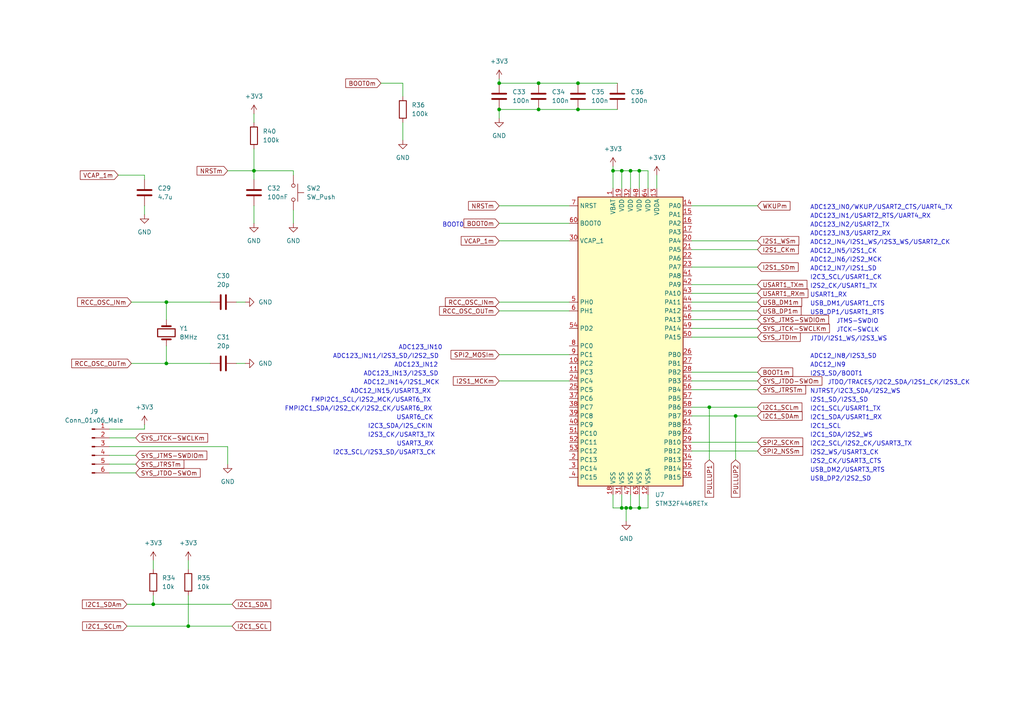
<source format=kicad_sch>
(kicad_sch (version 20211123) (generator eeschema)
  (paper "A4")
  (lib_symbols
    (symbol "Connector:Conn_01x06_Male" (pin_names (offset 1.016) hide)
      (property "Reference" "J" (at 0 7.62 0))
      (property "Value" "Conn_01x06_Male" (at 0 -10.16 0))
      (symbol "Conn_01x06_Male_1_1"
        (polyline (pts (xy 1.27 -7.62) (xy 0.8636 -7.62)) (stroke (width 0.1524)))
        (polyline (pts (xy 1.27 -5.08) (xy 0.8636 -5.08)) (stroke (width 0.1524)))
        (polyline (pts (xy 1.27 -2.54) (xy 0.8636 -2.54)) (stroke (width 0.1524)))
        (polyline (pts (xy 1.27 0) (xy 0.8636 0)) (stroke (width 0.1524)))
        (polyline (pts (xy 1.27 2.54) (xy 0.8636 2.54)) (stroke (width 0.1524)))
        (polyline (pts (xy 1.27 5.08) (xy 0.8636 5.08)) (stroke (width 0.1524)))
        (rectangle (start 0.8636 -7.493) (end 0 -7.747) (stroke (width 0.1524)) (fill (type outline)))
        (rectangle (start 0.8636 -4.953) (end 0 -5.207) (stroke (width 0.1524)) (fill (type outline)))
        (rectangle (start 0.8636 -2.413) (end 0 -2.667) (stroke (width 0.1524)) (fill (type outline)))
        (rectangle (start 0.8636 0.127) (end 0 -0.127) (stroke (width 0.1524)) (fill (type outline)))
        (rectangle (start 0.8636 2.667) (end 0 2.413) (stroke (width 0.1524)) (fill (type outline)))
        (rectangle (start 0.8636 5.207) (end 0 4.953) (stroke (width 0.1524)) (fill (type outline)))
        (pin passive line (at 5.08 5.08 180) (length 3.81) (name "Pin_1") (number "1"))
        (pin passive line (at 5.08 2.54 180) (length 3.81) (name "Pin_2") (number "2"))
        (pin passive line (at 5.08 0 180) (length 3.81) (name "Pin_3") (number "3"))
        (pin passive line (at 5.08 -2.54 180) (length 3.81) (name "Pin_4") (number "4"))
        (pin passive line (at 5.08 -5.08 180) (length 3.81) (name "Pin_5") (number "5"))
        (pin passive line (at 5.08 -7.62 180) (length 3.81) (name "Pin_6") (number "6"))
      )
    )
    (symbol "Device:C" (pin_numbers hide) (pin_names (offset 0.254))
      (property "Reference" "C" (at 0.635 2.54 0))
      (property "Value" "C" (at 0.635 -2.54 0))
      (symbol "C_0_1"
        (polyline (pts (xy -2.032 -0.762) (xy 2.032 -0.762)) (stroke (width 0.508)))
        (polyline (pts (xy -2.032 0.762) (xy 2.032 0.762)) (stroke (width 0.508)))
      )
      (symbol "C_1_1"
        (pin passive line (at 0 3.81 270) (length 2.794) (name "~") (number "1"))
        (pin passive line (at 0 -3.81 90) (length 2.794) (name "~") (number "2"))
      )
    )
    (symbol "Device:Crystal" (pin_numbers hide) (pin_names (offset 1.016) hide)
      (property "Reference" "Y" (at 0 3.81 0))
      (property "Value" "Crystal" (at 0 -3.81 0))
      (symbol "Crystal_0_1"
        (rectangle (start -1.143 2.54) (end 1.143 -2.54) (stroke (width 0.3048)))
        (polyline (pts (xy -2.54 0) (xy -1.905 0)))
        (polyline (pts (xy -1.905 -1.27) (xy -1.905 1.27)) (stroke (width 0.508)))
        (polyline (pts (xy 1.905 -1.27) (xy 1.905 1.27)) (stroke (width 0.508)))
        (polyline (pts (xy 2.54 0) (xy 1.905 0)))
      )
      (symbol "Crystal_1_1"
        (pin passive line (at -3.81 0 0) (length 1.27) (name "1") (number "1"))
        (pin passive line (at 3.81 0 180) (length 1.27) (name "2") (number "2"))
      )
    )
    (symbol "Device:R" (pin_numbers hide) (pin_names (offset 0))
      (property "Reference" "R" (at 2.032 0 90))
      (property "Value" "R" (at 0 0 90))
      (symbol "R_0_1"
        (rectangle (start -1.016 -2.54) (end 1.016 2.54) (stroke (width 0.254)))
      )
      (symbol "R_1_1"
        (pin passive line (at 0 3.81 270) (length 1.27) (name "~") (number "1"))
        (pin passive line (at 0 -3.81 90) (length 1.27) (name "~") (number "2"))
      )
    )
    (symbol "MCU_ST_STM32F4:STM32F446RETx"
      (property "Reference" "U" (at -15.24 41.91 0))
      (property "Value" "STM32F446RETx" (at 10.16 41.91 0))
      (symbol "STM32F446RETx_0_1"
        (rectangle (start -15.24 -43.18) (end 15.24 40.64) (stroke (width 0.254)) (fill (type background)))
      )
      (symbol "STM32F446RETx_1_1"
        (pin power_in line (at -5.08 43.18 270) (length 2.54) (name "VBAT") (number "1"))
        (pin bidirectional line (at -17.78 -7.62 0) (length 2.54) (name "PC2") (number "10"))
        (pin bidirectional line (at -17.78 -10.16 0) (length 2.54) (name "PC3") (number "11"))
        (pin power_in line (at 5.08 -45.72 90) (length 2.54) (name "VSSA") (number "12"))
        (pin power_in line (at 7.62 43.18 270) (length 2.54) (name "VDDA") (number "13"))
        (pin bidirectional line (at 17.78 38.1 180) (length 2.54) (name "PA0") (number "14"))
        (pin bidirectional line (at 17.78 35.56 180) (length 2.54) (name "PA1") (number "15"))
        (pin bidirectional line (at 17.78 33.02 180) (length 2.54) (name "PA2") (number "16"))
        (pin bidirectional line (at 17.78 30.48 180) (length 2.54) (name "PA3") (number "17"))
        (pin power_in line (at -5.08 -45.72 90) (length 2.54) (name "VSS") (number "18"))
        (pin power_in line (at -2.54 43.18 270) (length 2.54) (name "VDD") (number "19"))
        (pin bidirectional line (at -17.78 -35.56 0) (length 2.54) (name "PC13") (number "2"))
        (pin bidirectional line (at 17.78 27.94 180) (length 2.54) (name "PA4") (number "20"))
        (pin bidirectional line (at 17.78 25.4 180) (length 2.54) (name "PA5") (number "21"))
        (pin bidirectional line (at 17.78 22.86 180) (length 2.54) (name "PA6") (number "22"))
        (pin bidirectional line (at 17.78 20.32 180) (length 2.54) (name "PA7") (number "23"))
        (pin bidirectional line (at -17.78 -12.7 0) (length 2.54) (name "PC4") (number "24"))
        (pin bidirectional line (at -17.78 -15.24 0) (length 2.54) (name "PC5") (number "25"))
        (pin bidirectional line (at 17.78 -5.08 180) (length 2.54) (name "PB0") (number "26"))
        (pin bidirectional line (at 17.78 -7.62 180) (length 2.54) (name "PB1") (number "27"))
        (pin bidirectional line (at 17.78 -10.16 180) (length 2.54) (name "PB2") (number "28"))
        (pin bidirectional line (at 17.78 -30.48 180) (length 2.54) (name "PB10") (number "29"))
        (pin bidirectional line (at -17.78 -38.1 0) (length 2.54) (name "PC14") (number "3"))
        (pin power_in line (at -17.78 27.94 0) (length 2.54) (name "VCAP_1") (number "30"))
        (pin power_in line (at -2.54 -45.72 90) (length 2.54) (name "VSS") (number "31"))
        (pin power_in line (at 0 43.18 270) (length 2.54) (name "VDD") (number "32"))
        (pin bidirectional line (at 17.78 -33.02 180) (length 2.54) (name "PB12") (number "33"))
        (pin bidirectional line (at 17.78 -35.56 180) (length 2.54) (name "PB13") (number "34"))
        (pin bidirectional line (at 17.78 -38.1 180) (length 2.54) (name "PB14") (number "35"))
        (pin bidirectional line (at 17.78 -40.64 180) (length 2.54) (name "PB15") (number "36"))
        (pin bidirectional line (at -17.78 -17.78 0) (length 2.54) (name "PC6") (number "37"))
        (pin bidirectional line (at -17.78 -20.32 0) (length 2.54) (name "PC7") (number "38"))
        (pin bidirectional line (at -17.78 -22.86 0) (length 2.54) (name "PC8") (number "39"))
        (pin bidirectional line (at -17.78 -40.64 0) (length 2.54) (name "PC15") (number "4"))
        (pin bidirectional line (at -17.78 -25.4 0) (length 2.54) (name "PC9") (number "40"))
        (pin bidirectional line (at 17.78 17.78 180) (length 2.54) (name "PA8") (number "41"))
        (pin bidirectional line (at 17.78 15.24 180) (length 2.54) (name "PA9") (number "42"))
        (pin bidirectional line (at 17.78 12.7 180) (length 2.54) (name "PA10") (number "43"))
        (pin bidirectional line (at 17.78 10.16 180) (length 2.54) (name "PA11") (number "44"))
        (pin bidirectional line (at 17.78 7.62 180) (length 2.54) (name "PA12") (number "45"))
        (pin bidirectional line (at 17.78 5.08 180) (length 2.54) (name "PA13") (number "46"))
        (pin power_in line (at 0 -45.72 90) (length 2.54) (name "VSS") (number "47"))
        (pin power_in line (at 2.54 43.18 270) (length 2.54) (name "VDD") (number "48"))
        (pin bidirectional line (at 17.78 2.54 180) (length 2.54) (name "PA14") (number "49"))
        (pin input line (at -17.78 10.16 0) (length 2.54) (name "PH0") (number "5"))
        (pin bidirectional line (at 17.78 0 180) (length 2.54) (name "PA15") (number "50"))
        (pin bidirectional line (at -17.78 -27.94 0) (length 2.54) (name "PC10") (number "51"))
        (pin bidirectional line (at -17.78 -30.48 0) (length 2.54) (name "PC11") (number "52"))
        (pin bidirectional line (at -17.78 -33.02 0) (length 2.54) (name "PC12") (number "53"))
        (pin bidirectional line (at -17.78 2.54 0) (length 2.54) (name "PD2") (number "54"))
        (pin bidirectional line (at 17.78 -12.7 180) (length 2.54) (name "PB3") (number "55"))
        (pin bidirectional line (at 17.78 -15.24 180) (length 2.54) (name "PB4") (number "56"))
        (pin bidirectional line (at 17.78 -17.78 180) (length 2.54) (name "PB5") (number "57"))
        (pin bidirectional line (at 17.78 -20.32 180) (length 2.54) (name "PB6") (number "58"))
        (pin bidirectional line (at 17.78 -22.86 180) (length 2.54) (name "PB7") (number "59"))
        (pin input line (at -17.78 7.62 0) (length 2.54) (name "PH1") (number "6"))
        (pin input line (at -17.78 33.02 0) (length 2.54) (name "BOOT0") (number "60"))
        (pin bidirectional line (at 17.78 -25.4 180) (length 2.54) (name "PB8") (number "61"))
        (pin bidirectional line (at 17.78 -27.94 180) (length 2.54) (name "PB9") (number "62"))
        (pin power_in line (at 2.54 -45.72 90) (length 2.54) (name "VSS") (number "63"))
        (pin power_in line (at 5.08 43.18 270) (length 2.54) (name "VDD") (number "64"))
        (pin input line (at -17.78 38.1 0) (length 2.54) (name "NRST") (number "7"))
        (pin bidirectional line (at -17.78 -2.54 0) (length 2.54) (name "PC0") (number "8"))
        (pin bidirectional line (at -17.78 -5.08 0) (length 2.54) (name "PC1") (number "9"))
      )
    )
    (symbol "Switch:SW_Push" (pin_numbers hide) (pin_names (offset 1.016) hide)
      (property "Reference" "SW" (at 1.27 2.54 0))
      (property "Value" "SW_Push" (at 0 -1.524 0))
      (symbol "SW_Push_0_1"
        (circle (center -2.032 0) (radius 0.508))
        (polyline (pts (xy 0 1.27) (xy 0 3.048)))
        (polyline (pts (xy 2.54 1.27) (xy -2.54 1.27)))
        (circle (center 2.032 0) (radius 0.508))
        (pin passive line (at -5.08 0 0) (length 2.54) (name "1") (number "1"))
        (pin passive line (at 5.08 0 180) (length 2.54) (name "2") (number "2"))
      )
    )
    (symbol "power:+3.3V" (power) (pin_names (offset 0))
      (property "Value" "+3.3V" (at 0 3.556 0))
      (symbol "+3.3V_0_1"
        (polyline (pts (xy -0.762 1.27) (xy 0 2.54)))
        (polyline (pts (xy 0 0) (xy 0 2.54)))
        (polyline (pts (xy 0 2.54) (xy 0.762 1.27)))
      )
      (symbol "+3.3V_1_1"
        (pin power_in line (at 0 0 90) (length 0) hide (name "+3V3") (number "1"))
      )
    )
    (symbol "power:GND" (power) (pin_names (offset 0))
      (property "Value" "GND" (at 0 -3.81 0))
      (symbol "GND_0_1"
        (polyline (pts (xy 0 0) (xy 0 -1.27) (xy 1.27 -1.27) (xy 0 -2.54) (xy -1.27 -1.27) (xy 0 -1.27)))
      )
      (symbol "GND_1_1"
        (pin power_in line (at 0 0 270) (length 0) hide (name "GND") (number "1"))
      )
    )
  )
  (junction (at 144.78 31.75))
  (junction (at 73.66 49.53))
  (junction (at 156.21 31.75))
  (junction (at 44.45 175.26))
  (junction (at 177.8 49.53))
  (junction (at 167.64 31.75))
  (junction (at 213.36 120.65))
  (junction (at 48.26 105.41))
  (junction (at 185.42 147.32))
  (junction (at 167.64 24.13))
  (junction (at 181.61 147.32))
  (junction (at 180.34 49.53))
  (junction (at 144.78 24.13))
  (junction (at 185.42 49.53))
  (junction (at 48.26 87.63))
  (junction (at 54.61 181.61))
  (junction (at 180.34 147.32))
  (junction (at 205.74 118.11))
  (junction (at 182.88 49.53))
  (junction (at 182.88 147.32))
  (junction (at 156.21 24.13))
  (wire (pts (xy 66.04 49.53) (xy 73.66 49.53)))
  (wire (pts (xy 144.78 110.49) (xy 165.1 110.49)))
  (wire (pts (xy 200.66 72.39) (xy 219.71 72.39)))
  (wire (pts (xy 85.09 49.53) (xy 73.66 49.53)))
  (wire (pts (xy 36.83 175.26) (xy 44.45 175.26)))
  (wire (pts (xy 182.88 143.51) (xy 182.88 147.32)))
  (wire (pts (xy 200.66 128.27) (xy 219.71 128.27)))
  (wire (pts (xy 185.42 49.53) (xy 182.88 49.53)))
  (wire (pts (xy 187.96 143.51) (xy 187.96 147.32)))
  (wire (pts (xy 181.61 147.32) (xy 180.34 147.32)))
  (wire (pts (xy 31.75 137.16) (xy 39.37 137.16)))
  (wire (pts (xy 213.36 120.65) (xy 219.71 120.65)))
  (wire (pts (xy 205.74 118.11) (xy 205.74 133.35)))
  (wire (pts (xy 177.8 147.32) (xy 177.8 143.51)))
  (wire (pts (xy 200.66 95.25) (xy 219.71 95.25)))
  (wire (pts (xy 167.64 24.13) (xy 179.07 24.13)))
  (wire (pts (xy 200.66 113.03) (xy 219.71 113.03)))
  (wire (pts (xy 177.8 49.53) (xy 177.8 54.61)))
  (wire (pts (xy 48.26 105.41) (xy 60.96 105.41)))
  (wire (pts (xy 200.66 87.63) (xy 219.71 87.63)))
  (wire (pts (xy 144.78 31.75) (xy 156.21 31.75)))
  (wire (pts (xy 200.66 77.47) (xy 219.71 77.47)))
  (wire (pts (xy 31.75 129.54) (xy 66.04 129.54)))
  (wire (pts (xy 38.1 87.63) (xy 48.26 87.63)))
  (wire (pts (xy 38.1 105.41) (xy 48.26 105.41)))
  (wire (pts (xy 85.09 60.96) (xy 85.09 64.77)))
  (wire (pts (xy 190.5 50.8) (xy 190.5 54.61)))
  (wire (pts (xy 48.26 100.33) (xy 48.26 105.41)))
  (wire (pts (xy 66.04 134.62) (xy 66.04 129.54)))
  (wire (pts (xy 200.66 85.09) (xy 219.71 85.09)))
  (wire (pts (xy 31.75 124.46) (xy 41.91 124.46)))
  (wire (pts (xy 180.34 147.32) (xy 177.8 147.32)))
  (wire (pts (xy 182.88 49.53) (xy 180.34 49.53)))
  (wire (pts (xy 144.78 87.63) (xy 165.1 87.63)))
  (wire (pts (xy 110.49 24.13) (xy 116.84 24.13)))
  (wire (pts (xy 44.45 172.72) (xy 44.45 175.26)))
  (wire (pts (xy 73.66 49.53) (xy 73.66 52.07)))
  (wire (pts (xy 144.78 90.17) (xy 165.1 90.17)))
  (wire (pts (xy 54.61 162.56) (xy 54.61 165.1)))
  (wire (pts (xy 187.96 49.53) (xy 185.42 49.53)))
  (wire (pts (xy 31.75 127) (xy 39.37 127)))
  (wire (pts (xy 181.61 147.32) (xy 181.61 151.13)))
  (wire (pts (xy 41.91 124.46) (xy 41.91 123.19)))
  (wire (pts (xy 116.84 35.56) (xy 116.84 40.64)))
  (wire (pts (xy 36.83 181.61) (xy 54.61 181.61)))
  (wire (pts (xy 144.78 102.87) (xy 165.1 102.87)))
  (wire (pts (xy 144.78 64.77) (xy 165.1 64.77)))
  (wire (pts (xy 41.91 59.69) (xy 41.91 62.23)))
  (wire (pts (xy 68.58 105.41) (xy 71.12 105.41)))
  (wire (pts (xy 200.66 69.85) (xy 219.71 69.85)))
  (wire (pts (xy 185.42 54.61) (xy 185.42 49.53)))
  (wire (pts (xy 116.84 24.13) (xy 116.84 27.94)))
  (wire (pts (xy 180.34 49.53) (xy 177.8 49.53)))
  (wire (pts (xy 85.09 50.8) (xy 85.09 49.53)))
  (wire (pts (xy 200.66 118.11) (xy 205.74 118.11)))
  (wire (pts (xy 200.66 107.95) (xy 219.71 107.95)))
  (wire (pts (xy 180.34 143.51) (xy 180.34 147.32)))
  (wire (pts (xy 182.88 54.61) (xy 182.88 49.53)))
  (wire (pts (xy 68.58 87.63) (xy 71.12 87.63)))
  (wire (pts (xy 200.66 110.49) (xy 219.71 110.49)))
  (wire (pts (xy 54.61 172.72) (xy 54.61 181.61)))
  (wire (pts (xy 180.34 54.61) (xy 180.34 49.53)))
  (wire (pts (xy 144.78 24.13) (xy 156.21 24.13)))
  (wire (pts (xy 200.66 120.65) (xy 213.36 120.65)))
  (wire (pts (xy 200.66 90.17) (xy 219.71 90.17)))
  (wire (pts (xy 73.66 33.02) (xy 73.66 35.56)))
  (wire (pts (xy 213.36 120.65) (xy 213.36 133.35)))
  (wire (pts (xy 185.42 147.32) (xy 182.88 147.32)))
  (wire (pts (xy 200.66 97.79) (xy 219.71 97.79)))
  (wire (pts (xy 187.96 54.61) (xy 187.96 49.53)))
  (wire (pts (xy 41.91 50.8) (xy 34.29 50.8)))
  (wire (pts (xy 200.66 82.55) (xy 219.71 82.55)))
  (wire (pts (xy 31.75 134.62) (xy 39.37 134.62)))
  (wire (pts (xy 48.26 87.63) (xy 60.96 87.63)))
  (wire (pts (xy 156.21 24.13) (xy 167.64 24.13)))
  (wire (pts (xy 177.8 48.26) (xy 177.8 49.53)))
  (wire (pts (xy 144.78 31.75) (xy 144.78 34.29)))
  (wire (pts (xy 44.45 162.56) (xy 44.45 165.1)))
  (wire (pts (xy 167.64 31.75) (xy 179.07 31.75)))
  (wire (pts (xy 31.75 132.08) (xy 39.37 132.08)))
  (wire (pts (xy 200.66 59.69) (xy 219.71 59.69)))
  (wire (pts (xy 200.66 92.71) (xy 219.71 92.71)))
  (wire (pts (xy 200.66 130.81) (xy 219.71 130.81)))
  (wire (pts (xy 41.91 52.07) (xy 41.91 50.8)))
  (wire (pts (xy 144.78 24.13) (xy 144.78 22.86)))
  (wire (pts (xy 73.66 59.69) (xy 73.66 64.77)))
  (wire (pts (xy 144.78 69.85) (xy 165.1 69.85)))
  (wire (pts (xy 205.74 118.11) (xy 219.71 118.11)))
  (wire (pts (xy 144.78 59.69) (xy 165.1 59.69)))
  (wire (pts (xy 48.26 87.63) (xy 48.26 92.71)))
  (wire (pts (xy 156.21 31.75) (xy 167.64 31.75)))
  (wire (pts (xy 185.42 143.51) (xy 185.42 147.32)))
  (wire (pts (xy 44.45 175.26) (xy 67.31 175.26)))
  (wire (pts (xy 54.61 181.61) (xy 67.31 181.61)))
  (wire (pts (xy 187.96 147.32) (xy 185.42 147.32)))
  (wire (pts (xy 182.88 147.32) (xy 181.61 147.32)))
  (wire (pts (xy 73.66 43.18) (xy 73.66 49.53)))
  (text "ADC123_IN3/USART2_RX" (at 234.95 68.58 0) (effects (font (size 1.27 1.27)) (justify left bottom)))
  (text "I2S2_CK/USART3_CTS" (at 234.95 134.62 0) (effects (font (size 1.27 1.27)) (justify left bottom)))
  (text "FMPI2C1_SDA/I2S2_CK/I2S2_CK/USART6_RX" (at 82.55 119.38 0) (effects (font (size 1.27 1.27)) (justify left bottom)))
  (text "ADC12_IN4/I2S1_WS/I2S3_WS/USART2_CK" (at 234.95 71.12 0) (effects (font (size 1.27 1.27)) (justify left bottom)))
  (text "USB_DP2/I2S2_SD" (at 234.95 139.7 0) (effects (font (size 1.27 1.27)) (justify left bottom)))
  (text "I2C1_SCL" (at 234.95 124.46 0) (effects (font (size 1.27 1.27)) (justify left bottom)))
  (text "I2C1_SDA/USART1_RX" (at 234.95 121.92 0) (effects (font (size 1.27 1.27)) (justify left bottom)))
  (text "ADC12_IN7/I2S1_SD" (at 234.95 78.74 0) (effects (font (size 1.27 1.27)) (justify left bottom)))
  (text "ADC123_IN12" (at 114.3 106.68 0) (effects (font (size 1.27 1.27)) (justify left bottom)))
  (text "USART1_RX" (at 234.95 86.36 0) (effects (font (size 1.27 1.27)) (justify left bottom)))
  (text "FMPI2C1_SCL/I2S2_MCK/USART6_TX" (at 90.17 116.84 0) (effects (font (size 1.27 1.27)) (justify left bottom)))
  (text "I2C3_SDA/I2S_CKIN" (at 106.68 124.46 0) (effects (font (size 1.27 1.27)) (justify left bottom)))
  (text "I2C1_SCL/USART1_TX" (at 234.95 119.38 0) (effects (font (size 1.27 1.27)) (justify left bottom)))
  (text "USART6_CK" (at 125.73 121.92 180) (effects (font (size 1.27 1.27)) (justify right bottom)))
  (text "ADC123_IN0/WKUP/USART2_CTS/UART4_TX" (at 234.95 60.96 0) (effects (font (size 1.27 1.27)) (justify left bottom)))
  (text "I2S2_WS/USART3_CK" (at 234.95 132.08 0) (effects (font (size 1.27 1.27)) (justify left bottom)))
  (text "JTCK-SWCLK" (at 242.57 96.52 0) (effects (font (size 1.27 1.27)) (justify left bottom)))
  (text "JTMS-SWDIO" (at 242.57 93.98 0) (effects (font (size 1.27 1.27)) (justify left bottom)))
  (text "I2C3_SCL/USART1_CK" (at 234.95 81.28 0) (effects (font (size 1.27 1.27)) (justify left bottom)))
  (text "ADC123_IN10" (at 115.57 101.6 0) (effects (font (size 1.27 1.27)) (justify left bottom)))
  (text "NJTRST/I2C3_SDA/I2S2_WS" (at 234.95 114.3 0) (effects (font (size 1.27 1.27)) (justify left bottom)))
  (text "ADC123_IN2/USART2_TX" (at 234.95 66.04 0) (effects (font (size 1.27 1.27)) (justify left bottom)))
  (text "USB_DM1/USART1_CTS" (at 234.95 88.9 0) (effects (font (size 1.27 1.27)) (justify left bottom)))
  (text "I2C1_SDA/I2S2_WS" (at 234.95 127 0) (effects (font (size 1.27 1.27)) (justify left bottom)))
  (text "BOOT0" (at 128.27 66.04 0) (effects (font (size 1.27 1.27)) (justify left bottom)))
  (text "USART3_RX" (at 125.73 129.54 180) (effects (font (size 1.27 1.27)) (justify right bottom)))
  (text "ADC12_IN5/I2S1_CK" (at 234.95 73.66 0) (effects (font (size 1.27 1.27)) (justify left bottom)))
  (text "ADC12_IN14/I2S1_MCK\n" (at 105.41 111.76 0) (effects (font (size 1.27 1.27)) (justify left bottom)))
  (text "ADC123_IN13/I2S3_SD" (at 105.41 109.22 0) (effects (font (size 1.27 1.27)) (justify left bottom)))
  (text "ADC12_IN15/USART3_RX" (at 101.6 114.3 0) (effects (font (size 1.27 1.27)) (justify left bottom)))
  (text "I2C3_SCL/I2S3_SD/USART3_CK" (at 96.52 132.08 0) (effects (font (size 1.27 1.27)) (justify left bottom)))
  (text "ADC12_IN8/I2S3_SD" (at 234.95 104.14 0) (effects (font (size 1.27 1.27)) (justify left bottom)))
  (text "I2C2_SCL/I2S2_CK/USART3_TX" (at 234.95 129.54 0) (effects (font (size 1.27 1.27)) (justify left bottom)))
  (text "USB_DM2/USART3_RTS" (at 234.95 137.16 0) (effects (font (size 1.27 1.27)) (justify left bottom)))
  (text "ADC12_IN9" (at 234.95 106.68 0) (effects (font (size 1.27 1.27)) (justify left bottom)))
  (text "I2S3_CK/USART3_TX" (at 106.68 127 0) (effects (font (size 1.27 1.27)) (justify left bottom)))
  (text "ADC123_IN1/USART2_RTS/UART4_RX" (at 234.95 63.5 0) (effects (font (size 1.27 1.27)) (justify left bottom)))
  (text "JTDO/TRACES/I2C2_SDA/I2S1_CK/I2S3_CK" (at 240.03 111.76 0) (effects (font (size 1.27 1.27)) (justify left bottom)))
  (text "I2S1_SD/I2S3_SD" (at 234.95 116.84 0) (effects (font (size 1.27 1.27)) (justify left bottom)))
  (text "I2S3_SD/BOOT1" (at 234.95 109.22 0) (effects (font (size 1.27 1.27)) (justify left bottom)))
  (text "JTDI/I2S1_WS/I2S3_WS" (at 234.95 99.06 0) (effects (font (size 1.27 1.27)) (justify left bottom)))
  (text "USB_DP1/USART1_RTS" (at 234.95 91.44 0) (effects (font (size 1.27 1.27)) (justify left bottom)))
  (text "ADC12_IN6/I2S2_MCK" (at 234.95 76.2 0) (effects (font (size 1.27 1.27)) (justify left bottom)))
  (text "I2S2_CK/USART1_TX" (at 234.95 83.82 0) (effects (font (size 1.27 1.27)) (justify left bottom)))
  (text "ADC123_IN11/I2S3_SD/I2S2_SD" (at 96.52 104.14 0) (effects (font (size 1.27 1.27)) (justify left bottom)))
  (global_label "BOOT0m" (shape input) (at 110.49 24.13 180) (property "Intersheet References" "${INTERSHEET_REFS}" (effects hide)))
  (global_label "I2C1_SCL" (shape input) (at 67.31 181.61 0) (property "Intersheet References" "${INTERSHEET_REFS}" (effects hide)))
  (global_label "I2C1_SDAm" (shape input) (at 219.71 120.65 0) (property "Intersheet References" "${INTERSHEET_REFS}" (effects hide)))
  (global_label "I2S1_CKm" (shape input) (at 219.71 72.39 0) (property "Intersheet References" "${INTERSHEET_REFS}" (effects hide)))
  (global_label "SYS_JTRSTm" (shape input) (at 39.37 134.62 0) (property "Intersheet References" "${INTERSHEET_REFS}" (effects hide)))
  (global_label "I2C1_SCLm" (shape input) (at 36.83 181.61 180) (property "Intersheet References" "${INTERSHEET_REFS}" (effects hide)))
  (global_label "SYS_JTMS-SWDIOm" (shape input) (at 39.37 132.08 0) (property "Intersheet References" "${INTERSHEET_REFS}" (effects hide)))
  (global_label "SPI2_SCKm" (shape input) (at 219.71 128.27 0) (property "Intersheet References" "${INTERSHEET_REFS}" (effects hide)))
  (global_label "WKUPm" (shape input) (at 219.71 59.69 0) (property "Intersheet References" "${INTERSHEET_REFS}" (effects hide)))
  (global_label "I2C1_SCLm" (shape input) (at 219.71 118.11 0) (property "Intersheet References" "${INTERSHEET_REFS}" (effects hide)))
  (global_label "VCAP_1m" (shape input) (at 34.29 50.8 180) (property "Intersheet References" "${INTERSHEET_REFS}" (effects hide)))
  (global_label "SYS_JTDO-SWOm" (shape input) (at 39.37 137.16 0) (property "Intersheet References" "${INTERSHEET_REFS}" (effects hide)))
  (global_label "I2S1_WSm" (shape input) (at 219.71 69.85 0) (property "Intersheet References" "${INTERSHEET_REFS}" (effects hide)))
  (global_label "BOOT0m" (shape input) (at 144.78 64.77 180) (property "Intersheet References" "${INTERSHEET_REFS}" (effects hide)))
  (global_label "VCAP_1m" (shape input) (at 144.78 69.85 180) (property "Intersheet References" "${INTERSHEET_REFS}" (effects hide)))
  (global_label "USB_DP1m" (shape input) (at 219.71 90.17 0) (property "Intersheet References" "${INTERSHEET_REFS}" (effects hide)))
  (global_label "SYS_JTDIm" (shape input) (at 219.71 97.79 0) (property "Intersheet References" "${INTERSHEET_REFS}" (effects hide)))
  (global_label "SYS_JTMS-SWDIOm" (shape input) (at 219.71 92.71 0) (property "Intersheet References" "${INTERSHEET_REFS}" (effects hide)))
  (global_label "USB_DM1m" (shape input) (at 219.71 87.63 0) (property "Intersheet References" "${INTERSHEET_REFS}" (effects hide)))
  (global_label "NRSTm" (shape input) (at 144.78 59.69 180) (property "Intersheet References" "${INTERSHEET_REFS}" (effects hide)))
  (global_label "BOOT1m" (shape input) (at 219.71 107.95 0) (property "Intersheet References" "${INTERSHEET_REFS}" (effects hide)))
  (global_label "I2S1_SDm" (shape input) (at 219.71 77.47 0) (property "Intersheet References" "${INTERSHEET_REFS}" (effects hide)))
  (global_label "I2C1_SDAm" (shape input) (at 36.83 175.26 180) (property "Intersheet References" "${INTERSHEET_REFS}" (effects hide)))
  (global_label "RCC_OSC_OUTm" (shape input) (at 38.1 105.41 180) (property "Intersheet References" "${INTERSHEET_REFS}" (effects hide)))
  (global_label "SPI2_MOSIm" (shape input) (at 144.78 102.87 180) (property "Intersheet References" "${INTERSHEET_REFS}" (effects hide)))
  (global_label "SYS_JTDO-SWOm" (shape input) (at 219.71 110.49 0) (property "Intersheet References" "${INTERSHEET_REFS}" (effects hide)))
  (global_label "SYS_JTRSTm" (shape input) (at 219.71 113.03 0) (property "Intersheet References" "${INTERSHEET_REFS}" (effects hide)))
  (global_label "PULLUP1" (shape input) (at 205.74 133.35 270) (property "Intersheet References" "${INTERSHEET_REFS}" (effects hide)))
  (global_label "I2C1_SDA" (shape input) (at 67.31 175.26 0) (property "Intersheet References" "${INTERSHEET_REFS}" (effects hide)))
  (global_label "USART1_TXm" (shape input) (at 219.71 82.55 0) (property "Intersheet References" "${INTERSHEET_REFS}" (effects hide)))
  (global_label "RCC_OSC_INm" (shape input) (at 144.78 87.63 180) (property "Intersheet References" "${INTERSHEET_REFS}" (effects hide)))
  (global_label "SYS_JTCK-SWCLKm" (shape input) (at 39.37 127 0) (property "Intersheet References" "${INTERSHEET_REFS}" (effects hide)))
  (global_label "PULLUP2" (shape input) (at 213.36 133.35 270) (property "Intersheet References" "${INTERSHEET_REFS}" (effects hide)))
  (global_label "SYS_JTCK-SWCLKm" (shape input) (at 219.71 95.25 0) (property "Intersheet References" "${INTERSHEET_REFS}" (effects hide)))
  (global_label "USART1_RXm" (shape input) (at 219.71 85.09 0) (property "Intersheet References" "${INTERSHEET_REFS}" (effects hide)))
  (global_label "RCC_OSC_OUTm" (shape input) (at 144.78 90.17 180) (property "Intersheet References" "${INTERSHEET_REFS}" (effects hide)))
  (global_label "I2S1_MCKm" (shape input) (at 144.78 110.49 180) (property "Intersheet References" "${INTERSHEET_REFS}" (effects hide)))
  (global_label "NRSTm" (shape input) (at 66.04 49.53 180) (property "Intersheet References" "${INTERSHEET_REFS}" (effects hide)))
  (global_label "SPI2_NSSm" (shape input) (at 219.71 130.81 0) (property "Intersheet References" "${INTERSHEET_REFS}" (effects hide)))
  (global_label "RCC_OSC_INm" (shape input) (at 38.1 87.63 180) (property "Intersheet References" "${INTERSHEET_REFS}" (effects hide)))
  (symbol (lib_id "power:GND") (at 181.61 151.13 0) (unit 1)
    (property "Reference" "#PWR067" (effects hide))
    (property "Value" "GND" (at 181.61 156.21 0))
  )
  (symbol (lib_id "MCU_ST_STM32F4:STM32F446RETx") (at 182.88 97.79 0) (unit 1)
    (property "Reference" "U7" (at 189.9794 143.51 0) (effects (justify left)))
    (property "Value" "STM32F446RETx" (at 189.9794 146.05 0) (effects (justify left)))
    (property "Footprint" "Package_QFP:LQFP-64_10x10mm_P0.5mm" (effects hide))
    (property "Datasheet" "http://www.st.com/st-web-ui/static/active/en/resource/technical/document/datasheet/DM00141306.pdf" (effects hide))
  )
  (symbol (lib_id "power:+3.3V") (at 190.5 50.8 0) (unit 1)
    (property "Reference" "#PWR054" (effects hide))
    (property "Value" "+3.3V" (at 190.5 45.72 0))
  )
  (symbol (lib_id "power:+3.3V") (at 177.8 48.26 0) (unit 1)
    (property "Reference" "#PWR053" (effects hide))
    (property "Value" "+3.3V" (at 177.8 43.18 0))
  )
  (symbol (lib_id "power:GND") (at 66.04 134.62 0) (unit 1)
    (property "Reference" "#PWR057" (effects hide))
    (property "Value" "GND" (at 66.04 139.7 0))
  )
  (symbol (lib_id "Device:C") (at 179.07 27.94 0) (unit 1)
    (property "Reference" "C36" (at 182.88 26.6699 0) (effects (justify left)))
    (property "Value" "100n" (at 182.88 29.2099 0) (effects (justify left)))
    (property "Footprint" "Capacitor_SMD:C_0805_2012Metric_Pad1.18x1.45mm_HandSolder" (effects hide))
  )
  (symbol (lib_id "Device:C") (at 73.66 55.88 0) (unit 1)
    (property "Reference" "C32" (at 77.47 54.6099 0) (effects (justify left)))
    (property "Value" "100nF" (at 77.47 57.1499 0) (effects (justify left)))
    (property "Footprint" "Capacitor_SMD:C_0805_2012Metric_Pad1.18x1.45mm_HandSolder" (effects hide))
  )
  (symbol (lib_id "power:+3.3V") (at 73.66 33.02 0) (unit 1)
    (property "Reference" "#PWR049" (effects hide))
    (property "Value" "+3.3V" (at 73.66 27.94 0))
  )
  (symbol (lib_id "power:GND") (at 85.09 64.77 0) (unit 1)
    (property "Reference" "#PWR064" (effects hide))
    (property "Value" "GND" (at 85.09 69.85 0))
  )
  (symbol (lib_id "Device:C") (at 144.78 27.94 0) (unit 1)
    (property "Reference" "C33" (at 148.59 26.6699 0) (effects (justify left)))
    (property "Value" "100n" (at 148.59 29.2099 0) (effects (justify left)))
    (property "Footprint" "Capacitor_SMD:C_0805_2012Metric_Pad1.18x1.45mm_HandSolder" (effects hide))
  )
  (symbol (lib_id "Device:R") (at 54.61 168.91 0) (unit 1)
    (property "Reference" "R35" (at 57.15 167.6399 0) (effects (justify left)))
    (property "Value" "10k" (at 57.15 170.1799 0) (effects (justify left)))
    (property "Footprint" "Resistor_SMD:R_0805_2012Metric_Pad1.20x1.40mm_HandSolder" (effects hide))
  )
  (symbol (lib_id "power:+3.3V") (at 54.61 162.56 0) (unit 1)
    (property "Reference" "#PWR060" (effects hide))
    (property "Value" "+3.3V" (at 54.61 157.48 0))
  )
  (symbol (lib_id "power:GND") (at 41.91 62.23 0) (unit 1)
    (property "Reference" "#PWR059" (effects hide))
    (property "Value" "GND" (at 41.91 67.31 0))
  )
  (symbol (lib_id "Device:R") (at 73.66 39.37 0) (unit 1)
    (property "Reference" "R40" (at 76.2 38.0999 0) (effects (justify left)))
    (property "Value" "100k" (at 76.2 40.6399 0) (effects (justify left)))
    (property "Footprint" "Resistor_SMD:R_0805_2012Metric_Pad1.20x1.40mm_HandSolder" (effects hide))
  )
  (symbol (lib_id "Device:Crystal") (at 48.26 96.52 90) (unit 1)
    (property "Reference" "Y1" (at 52.07 95.2499 90) (effects (justify right)))
    (property "Value" "8MHz" (at 52.07 97.7899 90) (effects (justify right)))
    (property "Footprint" "Crystal:Crystal_SMD_3225-4Pin_3.2x2.5mm_HandSoldering" (effects hide))
  )
  (symbol (lib_id "power:GND") (at 144.78 34.29 0) (unit 1)
    (property "Reference" "#PWR052" (effects hide))
    (property "Value" "GND" (at 144.78 39.37 0))
  )
  (symbol (lib_id "Device:C") (at 167.64 27.94 0) (unit 1)
    (property "Reference" "C35" (at 171.45 26.6699 0) (effects (justify left)))
    (property "Value" "100n" (at 171.45 29.2099 0) (effects (justify left)))
    (property "Footprint" "Capacitor_SMD:C_0805_2012Metric_Pad1.18x1.45mm_HandSolder" (effects hide))
  )
  (symbol (lib_id "power:GND") (at 71.12 105.41 90) (unit 1)
    (property "Reference" "#PWR062" (effects hide))
    (property "Value" "GND" (at 74.93 105.4099 90) (effects (justify right)))
  )
  (symbol (lib_id "Device:R") (at 116.84 31.75 0) (unit 1)
    (property "Reference" "R36" (at 119.38 30.4799 0) (effects (justify left)))
    (property "Value" "100k" (at 119.38 33.0199 0) (effects (justify left)))
    (property "Footprint" "Resistor_SMD:R_0805_2012Metric_Pad1.20x1.40mm_HandSolder" (effects hide))
  )
  (symbol (lib_id "power:GND") (at 116.84 40.64 0) (unit 1)
    (property "Reference" "#PWR065" (effects hide))
    (property "Value" "GND" (at 116.84 45.72 0))
  )
  (symbol (lib_id "Connector:Conn_01x06_Male") (at 26.67 129.54 0) (unit 1)
    (property "Reference" "J9" (at 27.305 119.38 0))
    (property "Value" "Conn_01x06_Male" (at 27.305 121.92 0))
    (property "Footprint" "Connector_PinSocket_2.54mm:PinSocket_1x06_P2.54mm_Horizontal" (effects hide))
  )
  (symbol (lib_id "Device:C") (at 156.21 27.94 0) (unit 1)
    (property "Reference" "C34" (at 160.02 26.6699 0) (effects (justify left)))
    (property "Value" "100n" (at 160.02 29.2099 0) (effects (justify left)))
    (property "Footprint" "Capacitor_SMD:C_0805_2012Metric_Pad1.18x1.45mm_HandSolder" (effects hide))
  )
  (symbol (lib_id "Switch:SW_Push") (at 85.09 55.88 270) (unit 1)
    (property "Reference" "SW2" (at 88.9 54.6099 90) (effects (justify left)))
    (property "Value" "SW_Push" (at 88.9 57.1499 90) (effects (justify left)))
  )
  (symbol (lib_id "Device:C") (at 64.77 87.63 90) (unit 1)
    (property "Reference" "C30" (at 64.77 80.01 90))
    (property "Value" "20p" (at 64.77 82.55 90))
    (property "Footprint" "Capacitor_SMD:C_0805_2012Metric_Pad1.18x1.45mm_HandSolder" (effects hide))
  )
  (symbol (lib_id "power:GND") (at 73.66 64.77 0) (unit 1)
    (property "Reference" "#PWR063" (effects hide))
    (property "Value" "GND" (at 73.66 69.85 0))
  )
  (symbol (lib_id "power:+3.3V") (at 144.78 22.86 0) (unit 1)
    (property "Reference" "#PWR050" (effects hide))
    (property "Value" "+3.3V" (at 144.78 17.78 0))
  )
  (symbol (lib_id "power:+3.3V") (at 41.91 123.19 0) (unit 1)
    (property "Reference" "#PWR048" (effects hide))
    (property "Value" "+3.3V" (at 41.91 118.11 0))
  )
  (symbol (lib_id "power:+3.3V") (at 44.45 162.56 0) (unit 1)
    (property "Reference" "#PWR058" (effects hide))
    (property "Value" "+3.3V" (at 44.45 157.48 0))
  )
  (symbol (lib_id "power:GND") (at 71.12 87.63 90) (unit 1)
    (property "Reference" "#PWR061" (effects hide))
    (property "Value" "GND" (at 74.93 87.6299 90) (effects (justify right)))
  )
  (symbol (lib_id "Device:C") (at 41.91 55.88 0) (unit 1)
    (property "Reference" "C29" (at 45.72 54.6099 0) (effects (justify left)))
    (property "Value" "4.7u" (at 45.72 57.1499 0) (effects (justify left)))
    (property "Footprint" "Capacitor_SMD:C_0805_2012Metric_Pad1.18x1.45mm_HandSolder" (effects hide))
  )
  (symbol (lib_id "Device:R") (at 44.45 168.91 0) (unit 1)
    (property "Reference" "R34" (at 46.99 167.6399 0) (effects (justify left)))
    (property "Value" "10k" (at 46.99 170.1799 0) (effects (justify left)))
    (property "Footprint" "Resistor_SMD:R_0805_2012Metric_Pad1.20x1.40mm_HandSolder" (effects hide))
  )
  (symbol (lib_id "Device:C") (at 64.77 105.41 90) (unit 1)
    (property "Reference" "C31" (at 64.77 97.79 90))
    (property "Value" "20p" (at 64.77 100.33 90))
    (property "Footprint" "Capacitor_SMD:C_0805_2012Metric_Pad1.18x1.45mm_HandSolder" (effects hide))
  )
)
</source>
